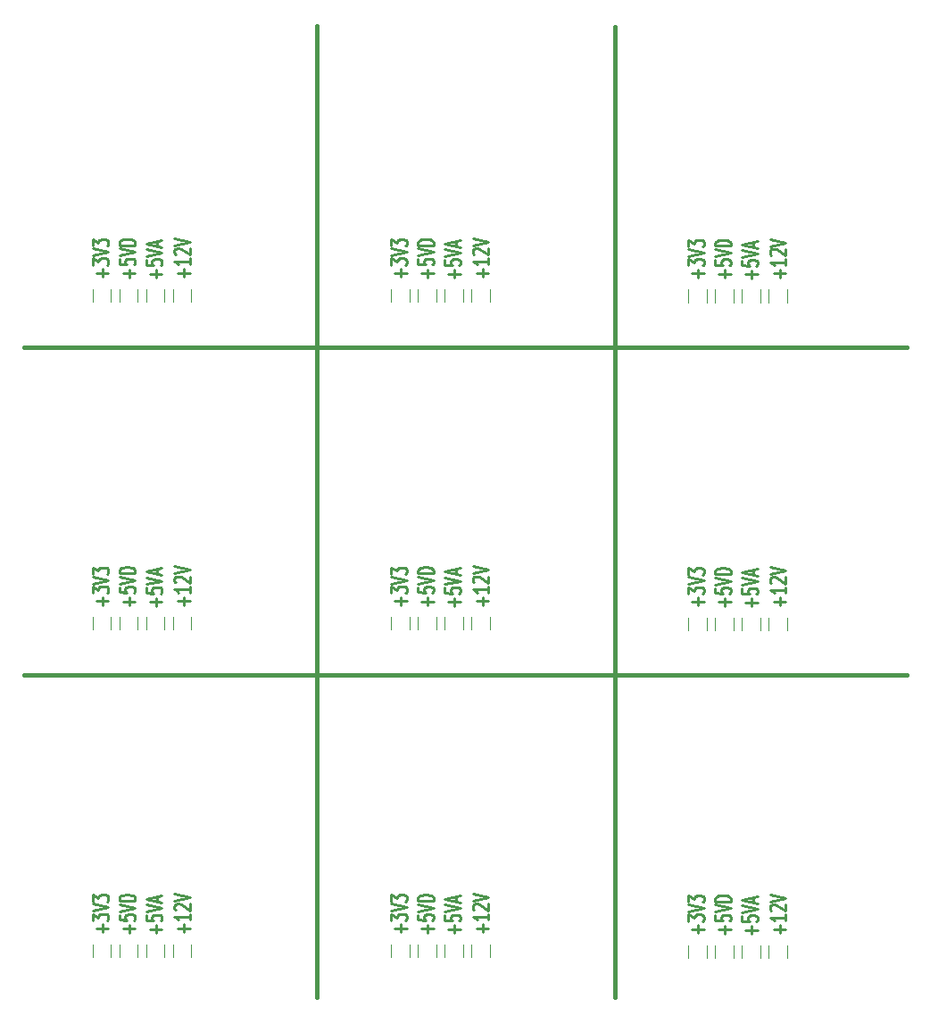
<source format=gto>
G04 #@! TF.FileFunction,Legend,Top*
%FSLAX46Y46*%
G04 Gerber Fmt 4.6, Leading zero omitted, Abs format (unit mm)*
G04 Created by KiCad (PCBNEW 4.0.5+dfsg1-4) date Sun Oct 21 20:25:12 2018*
%MOMM*%
%LPD*%
G01*
G04 APERTURE LIST*
%ADD10C,0.150000*%
%ADD11C,0.381000*%
%ADD12C,0.250000*%
%ADD13C,0.120000*%
G04 APERTURE END LIST*
D10*
D11*
X79311500Y-87249000D02*
X163004500Y-87249000D01*
X163004500Y-56197500D02*
X79375000Y-56197500D01*
X79311500Y-56197500D02*
X163004500Y-56197500D01*
X135318500Y-117856000D02*
X135318500Y-25781000D01*
X107061000Y-25717500D02*
X107061000Y-117856000D01*
D12*
X150983143Y-111743905D02*
X150983143Y-110982000D01*
X151554571Y-111362952D02*
X150411714Y-111362952D01*
X151554571Y-109982000D02*
X151554571Y-110553429D01*
X151554571Y-110267715D02*
X150054571Y-110267715D01*
X150268857Y-110362953D01*
X150411714Y-110458191D01*
X150483143Y-110553429D01*
X150197429Y-109601048D02*
X150126000Y-109553429D01*
X150054571Y-109458191D01*
X150054571Y-109220095D01*
X150126000Y-109124857D01*
X150197429Y-109077238D01*
X150340286Y-109029619D01*
X150483143Y-109029619D01*
X150697429Y-109077238D01*
X151554571Y-109648667D01*
X151554571Y-109029619D01*
X150054571Y-108743905D02*
X151554571Y-108410572D01*
X150054571Y-108077238D01*
X148316143Y-111823286D02*
X148316143Y-111061381D01*
X148887571Y-111442333D02*
X147744714Y-111442333D01*
X147387571Y-110109000D02*
X147387571Y-110585191D01*
X148101857Y-110632810D01*
X148030429Y-110585191D01*
X147959000Y-110489953D01*
X147959000Y-110251857D01*
X148030429Y-110156619D01*
X148101857Y-110109000D01*
X148244714Y-110061381D01*
X148601857Y-110061381D01*
X148744714Y-110109000D01*
X148816143Y-110156619D01*
X148887571Y-110251857D01*
X148887571Y-110489953D01*
X148816143Y-110585191D01*
X148744714Y-110632810D01*
X147387571Y-109775667D02*
X148887571Y-109442334D01*
X147387571Y-109109000D01*
X148459000Y-108823286D02*
X148459000Y-108347095D01*
X148887571Y-108918524D02*
X147387571Y-108585191D01*
X148887571Y-108251857D01*
X145776143Y-111767714D02*
X145776143Y-111005809D01*
X146347571Y-111386761D02*
X145204714Y-111386761D01*
X144847571Y-110053428D02*
X144847571Y-110529619D01*
X145561857Y-110577238D01*
X145490429Y-110529619D01*
X145419000Y-110434381D01*
X145419000Y-110196285D01*
X145490429Y-110101047D01*
X145561857Y-110053428D01*
X145704714Y-110005809D01*
X146061857Y-110005809D01*
X146204714Y-110053428D01*
X146276143Y-110101047D01*
X146347571Y-110196285D01*
X146347571Y-110434381D01*
X146276143Y-110529619D01*
X146204714Y-110577238D01*
X144847571Y-109720095D02*
X146347571Y-109386762D01*
X144847571Y-109053428D01*
X146347571Y-108720095D02*
X144847571Y-108720095D01*
X144847571Y-108482000D01*
X144919000Y-108339142D01*
X145061857Y-108243904D01*
X145204714Y-108196285D01*
X145490429Y-108148666D01*
X145704714Y-108148666D01*
X145990429Y-108196285D01*
X146133286Y-108243904D01*
X146276143Y-108339142D01*
X146347571Y-108482000D01*
X146347571Y-108720095D01*
X143236143Y-111743905D02*
X143236143Y-110982000D01*
X143807571Y-111362952D02*
X142664714Y-111362952D01*
X142307571Y-110601048D02*
X142307571Y-109982000D01*
X142879000Y-110315334D01*
X142879000Y-110172476D01*
X142950429Y-110077238D01*
X143021857Y-110029619D01*
X143164714Y-109982000D01*
X143521857Y-109982000D01*
X143664714Y-110029619D01*
X143736143Y-110077238D01*
X143807571Y-110172476D01*
X143807571Y-110458191D01*
X143736143Y-110553429D01*
X143664714Y-110601048D01*
X142307571Y-109696286D02*
X143807571Y-109362953D01*
X142307571Y-109029619D01*
X142307571Y-108791524D02*
X142307571Y-108172476D01*
X142879000Y-108505810D01*
X142879000Y-108362952D01*
X142950429Y-108267714D01*
X143021857Y-108220095D01*
X143164714Y-108172476D01*
X143521857Y-108172476D01*
X143664714Y-108220095D01*
X143736143Y-108267714D01*
X143807571Y-108362952D01*
X143807571Y-108648667D01*
X143736143Y-108743905D01*
X143664714Y-108791524D01*
X94468143Y-111680405D02*
X94468143Y-110918500D01*
X95039571Y-111299452D02*
X93896714Y-111299452D01*
X95039571Y-109918500D02*
X95039571Y-110489929D01*
X95039571Y-110204215D02*
X93539571Y-110204215D01*
X93753857Y-110299453D01*
X93896714Y-110394691D01*
X93968143Y-110489929D01*
X93682429Y-109537548D02*
X93611000Y-109489929D01*
X93539571Y-109394691D01*
X93539571Y-109156595D01*
X93611000Y-109061357D01*
X93682429Y-109013738D01*
X93825286Y-108966119D01*
X93968143Y-108966119D01*
X94182429Y-109013738D01*
X95039571Y-109585167D01*
X95039571Y-108966119D01*
X93539571Y-108680405D02*
X95039571Y-108347072D01*
X93539571Y-108013738D01*
X91801143Y-111759786D02*
X91801143Y-110997881D01*
X92372571Y-111378833D02*
X91229714Y-111378833D01*
X90872571Y-110045500D02*
X90872571Y-110521691D01*
X91586857Y-110569310D01*
X91515429Y-110521691D01*
X91444000Y-110426453D01*
X91444000Y-110188357D01*
X91515429Y-110093119D01*
X91586857Y-110045500D01*
X91729714Y-109997881D01*
X92086857Y-109997881D01*
X92229714Y-110045500D01*
X92301143Y-110093119D01*
X92372571Y-110188357D01*
X92372571Y-110426453D01*
X92301143Y-110521691D01*
X92229714Y-110569310D01*
X90872571Y-109712167D02*
X92372571Y-109378834D01*
X90872571Y-109045500D01*
X91944000Y-108759786D02*
X91944000Y-108283595D01*
X92372571Y-108855024D02*
X90872571Y-108521691D01*
X92372571Y-108188357D01*
X89261143Y-111704214D02*
X89261143Y-110942309D01*
X89832571Y-111323261D02*
X88689714Y-111323261D01*
X88332571Y-109989928D02*
X88332571Y-110466119D01*
X89046857Y-110513738D01*
X88975429Y-110466119D01*
X88904000Y-110370881D01*
X88904000Y-110132785D01*
X88975429Y-110037547D01*
X89046857Y-109989928D01*
X89189714Y-109942309D01*
X89546857Y-109942309D01*
X89689714Y-109989928D01*
X89761143Y-110037547D01*
X89832571Y-110132785D01*
X89832571Y-110370881D01*
X89761143Y-110466119D01*
X89689714Y-110513738D01*
X88332571Y-109656595D02*
X89832571Y-109323262D01*
X88332571Y-108989928D01*
X89832571Y-108656595D02*
X88332571Y-108656595D01*
X88332571Y-108418500D01*
X88404000Y-108275642D01*
X88546857Y-108180404D01*
X88689714Y-108132785D01*
X88975429Y-108085166D01*
X89189714Y-108085166D01*
X89475429Y-108132785D01*
X89618286Y-108180404D01*
X89761143Y-108275642D01*
X89832571Y-108418500D01*
X89832571Y-108656595D01*
X86721143Y-111680405D02*
X86721143Y-110918500D01*
X87292571Y-111299452D02*
X86149714Y-111299452D01*
X85792571Y-110537548D02*
X85792571Y-109918500D01*
X86364000Y-110251834D01*
X86364000Y-110108976D01*
X86435429Y-110013738D01*
X86506857Y-109966119D01*
X86649714Y-109918500D01*
X87006857Y-109918500D01*
X87149714Y-109966119D01*
X87221143Y-110013738D01*
X87292571Y-110108976D01*
X87292571Y-110394691D01*
X87221143Y-110489929D01*
X87149714Y-110537548D01*
X85792571Y-109632786D02*
X87292571Y-109299453D01*
X85792571Y-108966119D01*
X85792571Y-108728024D02*
X85792571Y-108108976D01*
X86364000Y-108442310D01*
X86364000Y-108299452D01*
X86435429Y-108204214D01*
X86506857Y-108156595D01*
X86649714Y-108108976D01*
X87006857Y-108108976D01*
X87149714Y-108156595D01*
X87221143Y-108204214D01*
X87292571Y-108299452D01*
X87292571Y-108585167D01*
X87221143Y-108680405D01*
X87149714Y-108728024D01*
X115042143Y-111680405D02*
X115042143Y-110918500D01*
X115613571Y-111299452D02*
X114470714Y-111299452D01*
X114113571Y-110537548D02*
X114113571Y-109918500D01*
X114685000Y-110251834D01*
X114685000Y-110108976D01*
X114756429Y-110013738D01*
X114827857Y-109966119D01*
X114970714Y-109918500D01*
X115327857Y-109918500D01*
X115470714Y-109966119D01*
X115542143Y-110013738D01*
X115613571Y-110108976D01*
X115613571Y-110394691D01*
X115542143Y-110489929D01*
X115470714Y-110537548D01*
X114113571Y-109632786D02*
X115613571Y-109299453D01*
X114113571Y-108966119D01*
X114113571Y-108728024D02*
X114113571Y-108108976D01*
X114685000Y-108442310D01*
X114685000Y-108299452D01*
X114756429Y-108204214D01*
X114827857Y-108156595D01*
X114970714Y-108108976D01*
X115327857Y-108108976D01*
X115470714Y-108156595D01*
X115542143Y-108204214D01*
X115613571Y-108299452D01*
X115613571Y-108585167D01*
X115542143Y-108680405D01*
X115470714Y-108728024D01*
X117582143Y-111704214D02*
X117582143Y-110942309D01*
X118153571Y-111323261D02*
X117010714Y-111323261D01*
X116653571Y-109989928D02*
X116653571Y-110466119D01*
X117367857Y-110513738D01*
X117296429Y-110466119D01*
X117225000Y-110370881D01*
X117225000Y-110132785D01*
X117296429Y-110037547D01*
X117367857Y-109989928D01*
X117510714Y-109942309D01*
X117867857Y-109942309D01*
X118010714Y-109989928D01*
X118082143Y-110037547D01*
X118153571Y-110132785D01*
X118153571Y-110370881D01*
X118082143Y-110466119D01*
X118010714Y-110513738D01*
X116653571Y-109656595D02*
X118153571Y-109323262D01*
X116653571Y-108989928D01*
X118153571Y-108656595D02*
X116653571Y-108656595D01*
X116653571Y-108418500D01*
X116725000Y-108275642D01*
X116867857Y-108180404D01*
X117010714Y-108132785D01*
X117296429Y-108085166D01*
X117510714Y-108085166D01*
X117796429Y-108132785D01*
X117939286Y-108180404D01*
X118082143Y-108275642D01*
X118153571Y-108418500D01*
X118153571Y-108656595D01*
X120122143Y-111759786D02*
X120122143Y-110997881D01*
X120693571Y-111378833D02*
X119550714Y-111378833D01*
X119193571Y-110045500D02*
X119193571Y-110521691D01*
X119907857Y-110569310D01*
X119836429Y-110521691D01*
X119765000Y-110426453D01*
X119765000Y-110188357D01*
X119836429Y-110093119D01*
X119907857Y-110045500D01*
X120050714Y-109997881D01*
X120407857Y-109997881D01*
X120550714Y-110045500D01*
X120622143Y-110093119D01*
X120693571Y-110188357D01*
X120693571Y-110426453D01*
X120622143Y-110521691D01*
X120550714Y-110569310D01*
X119193571Y-109712167D02*
X120693571Y-109378834D01*
X119193571Y-109045500D01*
X120265000Y-108759786D02*
X120265000Y-108283595D01*
X120693571Y-108855024D02*
X119193571Y-108521691D01*
X120693571Y-108188357D01*
X122789143Y-111680405D02*
X122789143Y-110918500D01*
X123360571Y-111299452D02*
X122217714Y-111299452D01*
X123360571Y-109918500D02*
X123360571Y-110489929D01*
X123360571Y-110204215D02*
X121860571Y-110204215D01*
X122074857Y-110299453D01*
X122217714Y-110394691D01*
X122289143Y-110489929D01*
X122003429Y-109537548D02*
X121932000Y-109489929D01*
X121860571Y-109394691D01*
X121860571Y-109156595D01*
X121932000Y-109061357D01*
X122003429Y-109013738D01*
X122146286Y-108966119D01*
X122289143Y-108966119D01*
X122503429Y-109013738D01*
X123360571Y-109585167D01*
X123360571Y-108966119D01*
X121860571Y-108680405D02*
X123360571Y-108347072D01*
X121860571Y-108013738D01*
X122789143Y-80628905D02*
X122789143Y-79867000D01*
X123360571Y-80247952D02*
X122217714Y-80247952D01*
X123360571Y-78867000D02*
X123360571Y-79438429D01*
X123360571Y-79152715D02*
X121860571Y-79152715D01*
X122074857Y-79247953D01*
X122217714Y-79343191D01*
X122289143Y-79438429D01*
X122003429Y-78486048D02*
X121932000Y-78438429D01*
X121860571Y-78343191D01*
X121860571Y-78105095D01*
X121932000Y-78009857D01*
X122003429Y-77962238D01*
X122146286Y-77914619D01*
X122289143Y-77914619D01*
X122503429Y-77962238D01*
X123360571Y-78533667D01*
X123360571Y-77914619D01*
X121860571Y-77628905D02*
X123360571Y-77295572D01*
X121860571Y-76962238D01*
X120122143Y-80708286D02*
X120122143Y-79946381D01*
X120693571Y-80327333D02*
X119550714Y-80327333D01*
X119193571Y-78994000D02*
X119193571Y-79470191D01*
X119907857Y-79517810D01*
X119836429Y-79470191D01*
X119765000Y-79374953D01*
X119765000Y-79136857D01*
X119836429Y-79041619D01*
X119907857Y-78994000D01*
X120050714Y-78946381D01*
X120407857Y-78946381D01*
X120550714Y-78994000D01*
X120622143Y-79041619D01*
X120693571Y-79136857D01*
X120693571Y-79374953D01*
X120622143Y-79470191D01*
X120550714Y-79517810D01*
X119193571Y-78660667D02*
X120693571Y-78327334D01*
X119193571Y-77994000D01*
X120265000Y-77708286D02*
X120265000Y-77232095D01*
X120693571Y-77803524D02*
X119193571Y-77470191D01*
X120693571Y-77136857D01*
X117582143Y-80652714D02*
X117582143Y-79890809D01*
X118153571Y-80271761D02*
X117010714Y-80271761D01*
X116653571Y-78938428D02*
X116653571Y-79414619D01*
X117367857Y-79462238D01*
X117296429Y-79414619D01*
X117225000Y-79319381D01*
X117225000Y-79081285D01*
X117296429Y-78986047D01*
X117367857Y-78938428D01*
X117510714Y-78890809D01*
X117867857Y-78890809D01*
X118010714Y-78938428D01*
X118082143Y-78986047D01*
X118153571Y-79081285D01*
X118153571Y-79319381D01*
X118082143Y-79414619D01*
X118010714Y-79462238D01*
X116653571Y-78605095D02*
X118153571Y-78271762D01*
X116653571Y-77938428D01*
X118153571Y-77605095D02*
X116653571Y-77605095D01*
X116653571Y-77367000D01*
X116725000Y-77224142D01*
X116867857Y-77128904D01*
X117010714Y-77081285D01*
X117296429Y-77033666D01*
X117510714Y-77033666D01*
X117796429Y-77081285D01*
X117939286Y-77128904D01*
X118082143Y-77224142D01*
X118153571Y-77367000D01*
X118153571Y-77605095D01*
X115042143Y-80628905D02*
X115042143Y-79867000D01*
X115613571Y-80247952D02*
X114470714Y-80247952D01*
X114113571Y-79486048D02*
X114113571Y-78867000D01*
X114685000Y-79200334D01*
X114685000Y-79057476D01*
X114756429Y-78962238D01*
X114827857Y-78914619D01*
X114970714Y-78867000D01*
X115327857Y-78867000D01*
X115470714Y-78914619D01*
X115542143Y-78962238D01*
X115613571Y-79057476D01*
X115613571Y-79343191D01*
X115542143Y-79438429D01*
X115470714Y-79486048D01*
X114113571Y-78581286D02*
X115613571Y-78247953D01*
X114113571Y-77914619D01*
X114113571Y-77676524D02*
X114113571Y-77057476D01*
X114685000Y-77390810D01*
X114685000Y-77247952D01*
X114756429Y-77152714D01*
X114827857Y-77105095D01*
X114970714Y-77057476D01*
X115327857Y-77057476D01*
X115470714Y-77105095D01*
X115542143Y-77152714D01*
X115613571Y-77247952D01*
X115613571Y-77533667D01*
X115542143Y-77628905D01*
X115470714Y-77676524D01*
X86721143Y-80628905D02*
X86721143Y-79867000D01*
X87292571Y-80247952D02*
X86149714Y-80247952D01*
X85792571Y-79486048D02*
X85792571Y-78867000D01*
X86364000Y-79200334D01*
X86364000Y-79057476D01*
X86435429Y-78962238D01*
X86506857Y-78914619D01*
X86649714Y-78867000D01*
X87006857Y-78867000D01*
X87149714Y-78914619D01*
X87221143Y-78962238D01*
X87292571Y-79057476D01*
X87292571Y-79343191D01*
X87221143Y-79438429D01*
X87149714Y-79486048D01*
X85792571Y-78581286D02*
X87292571Y-78247953D01*
X85792571Y-77914619D01*
X85792571Y-77676524D02*
X85792571Y-77057476D01*
X86364000Y-77390810D01*
X86364000Y-77247952D01*
X86435429Y-77152714D01*
X86506857Y-77105095D01*
X86649714Y-77057476D01*
X87006857Y-77057476D01*
X87149714Y-77105095D01*
X87221143Y-77152714D01*
X87292571Y-77247952D01*
X87292571Y-77533667D01*
X87221143Y-77628905D01*
X87149714Y-77676524D01*
X89261143Y-80652714D02*
X89261143Y-79890809D01*
X89832571Y-80271761D02*
X88689714Y-80271761D01*
X88332571Y-78938428D02*
X88332571Y-79414619D01*
X89046857Y-79462238D01*
X88975429Y-79414619D01*
X88904000Y-79319381D01*
X88904000Y-79081285D01*
X88975429Y-78986047D01*
X89046857Y-78938428D01*
X89189714Y-78890809D01*
X89546857Y-78890809D01*
X89689714Y-78938428D01*
X89761143Y-78986047D01*
X89832571Y-79081285D01*
X89832571Y-79319381D01*
X89761143Y-79414619D01*
X89689714Y-79462238D01*
X88332571Y-78605095D02*
X89832571Y-78271762D01*
X88332571Y-77938428D01*
X89832571Y-77605095D02*
X88332571Y-77605095D01*
X88332571Y-77367000D01*
X88404000Y-77224142D01*
X88546857Y-77128904D01*
X88689714Y-77081285D01*
X88975429Y-77033666D01*
X89189714Y-77033666D01*
X89475429Y-77081285D01*
X89618286Y-77128904D01*
X89761143Y-77224142D01*
X89832571Y-77367000D01*
X89832571Y-77605095D01*
X91801143Y-80708286D02*
X91801143Y-79946381D01*
X92372571Y-80327333D02*
X91229714Y-80327333D01*
X90872571Y-78994000D02*
X90872571Y-79470191D01*
X91586857Y-79517810D01*
X91515429Y-79470191D01*
X91444000Y-79374953D01*
X91444000Y-79136857D01*
X91515429Y-79041619D01*
X91586857Y-78994000D01*
X91729714Y-78946381D01*
X92086857Y-78946381D01*
X92229714Y-78994000D01*
X92301143Y-79041619D01*
X92372571Y-79136857D01*
X92372571Y-79374953D01*
X92301143Y-79470191D01*
X92229714Y-79517810D01*
X90872571Y-78660667D02*
X92372571Y-78327334D01*
X90872571Y-77994000D01*
X91944000Y-77708286D02*
X91944000Y-77232095D01*
X92372571Y-77803524D02*
X90872571Y-77470191D01*
X92372571Y-77136857D01*
X94468143Y-80628905D02*
X94468143Y-79867000D01*
X95039571Y-80247952D02*
X93896714Y-80247952D01*
X95039571Y-78867000D02*
X95039571Y-79438429D01*
X95039571Y-79152715D02*
X93539571Y-79152715D01*
X93753857Y-79247953D01*
X93896714Y-79343191D01*
X93968143Y-79438429D01*
X93682429Y-78486048D02*
X93611000Y-78438429D01*
X93539571Y-78343191D01*
X93539571Y-78105095D01*
X93611000Y-78009857D01*
X93682429Y-77962238D01*
X93825286Y-77914619D01*
X93968143Y-77914619D01*
X94182429Y-77962238D01*
X95039571Y-78533667D01*
X95039571Y-77914619D01*
X93539571Y-77628905D02*
X95039571Y-77295572D01*
X93539571Y-76962238D01*
X143236143Y-80692405D02*
X143236143Y-79930500D01*
X143807571Y-80311452D02*
X142664714Y-80311452D01*
X142307571Y-79549548D02*
X142307571Y-78930500D01*
X142879000Y-79263834D01*
X142879000Y-79120976D01*
X142950429Y-79025738D01*
X143021857Y-78978119D01*
X143164714Y-78930500D01*
X143521857Y-78930500D01*
X143664714Y-78978119D01*
X143736143Y-79025738D01*
X143807571Y-79120976D01*
X143807571Y-79406691D01*
X143736143Y-79501929D01*
X143664714Y-79549548D01*
X142307571Y-78644786D02*
X143807571Y-78311453D01*
X142307571Y-77978119D01*
X142307571Y-77740024D02*
X142307571Y-77120976D01*
X142879000Y-77454310D01*
X142879000Y-77311452D01*
X142950429Y-77216214D01*
X143021857Y-77168595D01*
X143164714Y-77120976D01*
X143521857Y-77120976D01*
X143664714Y-77168595D01*
X143736143Y-77216214D01*
X143807571Y-77311452D01*
X143807571Y-77597167D01*
X143736143Y-77692405D01*
X143664714Y-77740024D01*
X145776143Y-80716214D02*
X145776143Y-79954309D01*
X146347571Y-80335261D02*
X145204714Y-80335261D01*
X144847571Y-79001928D02*
X144847571Y-79478119D01*
X145561857Y-79525738D01*
X145490429Y-79478119D01*
X145419000Y-79382881D01*
X145419000Y-79144785D01*
X145490429Y-79049547D01*
X145561857Y-79001928D01*
X145704714Y-78954309D01*
X146061857Y-78954309D01*
X146204714Y-79001928D01*
X146276143Y-79049547D01*
X146347571Y-79144785D01*
X146347571Y-79382881D01*
X146276143Y-79478119D01*
X146204714Y-79525738D01*
X144847571Y-78668595D02*
X146347571Y-78335262D01*
X144847571Y-78001928D01*
X146347571Y-77668595D02*
X144847571Y-77668595D01*
X144847571Y-77430500D01*
X144919000Y-77287642D01*
X145061857Y-77192404D01*
X145204714Y-77144785D01*
X145490429Y-77097166D01*
X145704714Y-77097166D01*
X145990429Y-77144785D01*
X146133286Y-77192404D01*
X146276143Y-77287642D01*
X146347571Y-77430500D01*
X146347571Y-77668595D01*
X148316143Y-80771786D02*
X148316143Y-80009881D01*
X148887571Y-80390833D02*
X147744714Y-80390833D01*
X147387571Y-79057500D02*
X147387571Y-79533691D01*
X148101857Y-79581310D01*
X148030429Y-79533691D01*
X147959000Y-79438453D01*
X147959000Y-79200357D01*
X148030429Y-79105119D01*
X148101857Y-79057500D01*
X148244714Y-79009881D01*
X148601857Y-79009881D01*
X148744714Y-79057500D01*
X148816143Y-79105119D01*
X148887571Y-79200357D01*
X148887571Y-79438453D01*
X148816143Y-79533691D01*
X148744714Y-79581310D01*
X147387571Y-78724167D02*
X148887571Y-78390834D01*
X147387571Y-78057500D01*
X148459000Y-77771786D02*
X148459000Y-77295595D01*
X148887571Y-77867024D02*
X147387571Y-77533691D01*
X148887571Y-77200357D01*
X150983143Y-80692405D02*
X150983143Y-79930500D01*
X151554571Y-80311452D02*
X150411714Y-80311452D01*
X151554571Y-78930500D02*
X151554571Y-79501929D01*
X151554571Y-79216215D02*
X150054571Y-79216215D01*
X150268857Y-79311453D01*
X150411714Y-79406691D01*
X150483143Y-79501929D01*
X150197429Y-78549548D02*
X150126000Y-78501929D01*
X150054571Y-78406691D01*
X150054571Y-78168595D01*
X150126000Y-78073357D01*
X150197429Y-78025738D01*
X150340286Y-77978119D01*
X150483143Y-77978119D01*
X150697429Y-78025738D01*
X151554571Y-78597167D01*
X151554571Y-77978119D01*
X150054571Y-77692405D02*
X151554571Y-77359072D01*
X150054571Y-77025738D01*
X150983143Y-49577405D02*
X150983143Y-48815500D01*
X151554571Y-49196452D02*
X150411714Y-49196452D01*
X151554571Y-47815500D02*
X151554571Y-48386929D01*
X151554571Y-48101215D02*
X150054571Y-48101215D01*
X150268857Y-48196453D01*
X150411714Y-48291691D01*
X150483143Y-48386929D01*
X150197429Y-47434548D02*
X150126000Y-47386929D01*
X150054571Y-47291691D01*
X150054571Y-47053595D01*
X150126000Y-46958357D01*
X150197429Y-46910738D01*
X150340286Y-46863119D01*
X150483143Y-46863119D01*
X150697429Y-46910738D01*
X151554571Y-47482167D01*
X151554571Y-46863119D01*
X150054571Y-46577405D02*
X151554571Y-46244072D01*
X150054571Y-45910738D01*
X148316143Y-49656786D02*
X148316143Y-48894881D01*
X148887571Y-49275833D02*
X147744714Y-49275833D01*
X147387571Y-47942500D02*
X147387571Y-48418691D01*
X148101857Y-48466310D01*
X148030429Y-48418691D01*
X147959000Y-48323453D01*
X147959000Y-48085357D01*
X148030429Y-47990119D01*
X148101857Y-47942500D01*
X148244714Y-47894881D01*
X148601857Y-47894881D01*
X148744714Y-47942500D01*
X148816143Y-47990119D01*
X148887571Y-48085357D01*
X148887571Y-48323453D01*
X148816143Y-48418691D01*
X148744714Y-48466310D01*
X147387571Y-47609167D02*
X148887571Y-47275834D01*
X147387571Y-46942500D01*
X148459000Y-46656786D02*
X148459000Y-46180595D01*
X148887571Y-46752024D02*
X147387571Y-46418691D01*
X148887571Y-46085357D01*
X145776143Y-49601214D02*
X145776143Y-48839309D01*
X146347571Y-49220261D02*
X145204714Y-49220261D01*
X144847571Y-47886928D02*
X144847571Y-48363119D01*
X145561857Y-48410738D01*
X145490429Y-48363119D01*
X145419000Y-48267881D01*
X145419000Y-48029785D01*
X145490429Y-47934547D01*
X145561857Y-47886928D01*
X145704714Y-47839309D01*
X146061857Y-47839309D01*
X146204714Y-47886928D01*
X146276143Y-47934547D01*
X146347571Y-48029785D01*
X146347571Y-48267881D01*
X146276143Y-48363119D01*
X146204714Y-48410738D01*
X144847571Y-47553595D02*
X146347571Y-47220262D01*
X144847571Y-46886928D01*
X146347571Y-46553595D02*
X144847571Y-46553595D01*
X144847571Y-46315500D01*
X144919000Y-46172642D01*
X145061857Y-46077404D01*
X145204714Y-46029785D01*
X145490429Y-45982166D01*
X145704714Y-45982166D01*
X145990429Y-46029785D01*
X146133286Y-46077404D01*
X146276143Y-46172642D01*
X146347571Y-46315500D01*
X146347571Y-46553595D01*
X143236143Y-49577405D02*
X143236143Y-48815500D01*
X143807571Y-49196452D02*
X142664714Y-49196452D01*
X142307571Y-48434548D02*
X142307571Y-47815500D01*
X142879000Y-48148834D01*
X142879000Y-48005976D01*
X142950429Y-47910738D01*
X143021857Y-47863119D01*
X143164714Y-47815500D01*
X143521857Y-47815500D01*
X143664714Y-47863119D01*
X143736143Y-47910738D01*
X143807571Y-48005976D01*
X143807571Y-48291691D01*
X143736143Y-48386929D01*
X143664714Y-48434548D01*
X142307571Y-47529786D02*
X143807571Y-47196453D01*
X142307571Y-46863119D01*
X142307571Y-46625024D02*
X142307571Y-46005976D01*
X142879000Y-46339310D01*
X142879000Y-46196452D01*
X142950429Y-46101214D01*
X143021857Y-46053595D01*
X143164714Y-46005976D01*
X143521857Y-46005976D01*
X143664714Y-46053595D01*
X143736143Y-46101214D01*
X143807571Y-46196452D01*
X143807571Y-46482167D01*
X143736143Y-46577405D01*
X143664714Y-46625024D01*
X94468143Y-49513905D02*
X94468143Y-48752000D01*
X95039571Y-49132952D02*
X93896714Y-49132952D01*
X95039571Y-47752000D02*
X95039571Y-48323429D01*
X95039571Y-48037715D02*
X93539571Y-48037715D01*
X93753857Y-48132953D01*
X93896714Y-48228191D01*
X93968143Y-48323429D01*
X93682429Y-47371048D02*
X93611000Y-47323429D01*
X93539571Y-47228191D01*
X93539571Y-46990095D01*
X93611000Y-46894857D01*
X93682429Y-46847238D01*
X93825286Y-46799619D01*
X93968143Y-46799619D01*
X94182429Y-46847238D01*
X95039571Y-47418667D01*
X95039571Y-46799619D01*
X93539571Y-46513905D02*
X95039571Y-46180572D01*
X93539571Y-45847238D01*
X91801143Y-49593286D02*
X91801143Y-48831381D01*
X92372571Y-49212333D02*
X91229714Y-49212333D01*
X90872571Y-47879000D02*
X90872571Y-48355191D01*
X91586857Y-48402810D01*
X91515429Y-48355191D01*
X91444000Y-48259953D01*
X91444000Y-48021857D01*
X91515429Y-47926619D01*
X91586857Y-47879000D01*
X91729714Y-47831381D01*
X92086857Y-47831381D01*
X92229714Y-47879000D01*
X92301143Y-47926619D01*
X92372571Y-48021857D01*
X92372571Y-48259953D01*
X92301143Y-48355191D01*
X92229714Y-48402810D01*
X90872571Y-47545667D02*
X92372571Y-47212334D01*
X90872571Y-46879000D01*
X91944000Y-46593286D02*
X91944000Y-46117095D01*
X92372571Y-46688524D02*
X90872571Y-46355191D01*
X92372571Y-46021857D01*
X89261143Y-49537714D02*
X89261143Y-48775809D01*
X89832571Y-49156761D02*
X88689714Y-49156761D01*
X88332571Y-47823428D02*
X88332571Y-48299619D01*
X89046857Y-48347238D01*
X88975429Y-48299619D01*
X88904000Y-48204381D01*
X88904000Y-47966285D01*
X88975429Y-47871047D01*
X89046857Y-47823428D01*
X89189714Y-47775809D01*
X89546857Y-47775809D01*
X89689714Y-47823428D01*
X89761143Y-47871047D01*
X89832571Y-47966285D01*
X89832571Y-48204381D01*
X89761143Y-48299619D01*
X89689714Y-48347238D01*
X88332571Y-47490095D02*
X89832571Y-47156762D01*
X88332571Y-46823428D01*
X89832571Y-46490095D02*
X88332571Y-46490095D01*
X88332571Y-46252000D01*
X88404000Y-46109142D01*
X88546857Y-46013904D01*
X88689714Y-45966285D01*
X88975429Y-45918666D01*
X89189714Y-45918666D01*
X89475429Y-45966285D01*
X89618286Y-46013904D01*
X89761143Y-46109142D01*
X89832571Y-46252000D01*
X89832571Y-46490095D01*
X86721143Y-49513905D02*
X86721143Y-48752000D01*
X87292571Y-49132952D02*
X86149714Y-49132952D01*
X85792571Y-48371048D02*
X85792571Y-47752000D01*
X86364000Y-48085334D01*
X86364000Y-47942476D01*
X86435429Y-47847238D01*
X86506857Y-47799619D01*
X86649714Y-47752000D01*
X87006857Y-47752000D01*
X87149714Y-47799619D01*
X87221143Y-47847238D01*
X87292571Y-47942476D01*
X87292571Y-48228191D01*
X87221143Y-48323429D01*
X87149714Y-48371048D01*
X85792571Y-47466286D02*
X87292571Y-47132953D01*
X85792571Y-46799619D01*
X85792571Y-46561524D02*
X85792571Y-45942476D01*
X86364000Y-46275810D01*
X86364000Y-46132952D01*
X86435429Y-46037714D01*
X86506857Y-45990095D01*
X86649714Y-45942476D01*
X87006857Y-45942476D01*
X87149714Y-45990095D01*
X87221143Y-46037714D01*
X87292571Y-46132952D01*
X87292571Y-46418667D01*
X87221143Y-46513905D01*
X87149714Y-46561524D01*
X115042143Y-49513905D02*
X115042143Y-48752000D01*
X115613571Y-49132952D02*
X114470714Y-49132952D01*
X114113571Y-48371048D02*
X114113571Y-47752000D01*
X114685000Y-48085334D01*
X114685000Y-47942476D01*
X114756429Y-47847238D01*
X114827857Y-47799619D01*
X114970714Y-47752000D01*
X115327857Y-47752000D01*
X115470714Y-47799619D01*
X115542143Y-47847238D01*
X115613571Y-47942476D01*
X115613571Y-48228191D01*
X115542143Y-48323429D01*
X115470714Y-48371048D01*
X114113571Y-47466286D02*
X115613571Y-47132953D01*
X114113571Y-46799619D01*
X114113571Y-46561524D02*
X114113571Y-45942476D01*
X114685000Y-46275810D01*
X114685000Y-46132952D01*
X114756429Y-46037714D01*
X114827857Y-45990095D01*
X114970714Y-45942476D01*
X115327857Y-45942476D01*
X115470714Y-45990095D01*
X115542143Y-46037714D01*
X115613571Y-46132952D01*
X115613571Y-46418667D01*
X115542143Y-46513905D01*
X115470714Y-46561524D01*
X117582143Y-49537714D02*
X117582143Y-48775809D01*
X118153571Y-49156761D02*
X117010714Y-49156761D01*
X116653571Y-47823428D02*
X116653571Y-48299619D01*
X117367857Y-48347238D01*
X117296429Y-48299619D01*
X117225000Y-48204381D01*
X117225000Y-47966285D01*
X117296429Y-47871047D01*
X117367857Y-47823428D01*
X117510714Y-47775809D01*
X117867857Y-47775809D01*
X118010714Y-47823428D01*
X118082143Y-47871047D01*
X118153571Y-47966285D01*
X118153571Y-48204381D01*
X118082143Y-48299619D01*
X118010714Y-48347238D01*
X116653571Y-47490095D02*
X118153571Y-47156762D01*
X116653571Y-46823428D01*
X118153571Y-46490095D02*
X116653571Y-46490095D01*
X116653571Y-46252000D01*
X116725000Y-46109142D01*
X116867857Y-46013904D01*
X117010714Y-45966285D01*
X117296429Y-45918666D01*
X117510714Y-45918666D01*
X117796429Y-45966285D01*
X117939286Y-46013904D01*
X118082143Y-46109142D01*
X118153571Y-46252000D01*
X118153571Y-46490095D01*
X120122143Y-49593286D02*
X120122143Y-48831381D01*
X120693571Y-49212333D02*
X119550714Y-49212333D01*
X119193571Y-47879000D02*
X119193571Y-48355191D01*
X119907857Y-48402810D01*
X119836429Y-48355191D01*
X119765000Y-48259953D01*
X119765000Y-48021857D01*
X119836429Y-47926619D01*
X119907857Y-47879000D01*
X120050714Y-47831381D01*
X120407857Y-47831381D01*
X120550714Y-47879000D01*
X120622143Y-47926619D01*
X120693571Y-48021857D01*
X120693571Y-48259953D01*
X120622143Y-48355191D01*
X120550714Y-48402810D01*
X119193571Y-47545667D02*
X120693571Y-47212334D01*
X119193571Y-46879000D01*
X120265000Y-46593286D02*
X120265000Y-46117095D01*
X120693571Y-46688524D02*
X119193571Y-46355191D01*
X120693571Y-46021857D01*
X122789143Y-49513905D02*
X122789143Y-48752000D01*
X123360571Y-49132952D02*
X122217714Y-49132952D01*
X123360571Y-47752000D02*
X123360571Y-48323429D01*
X123360571Y-48037715D02*
X121860571Y-48037715D01*
X122074857Y-48132953D01*
X122217714Y-48228191D01*
X122289143Y-48323429D01*
X122003429Y-47371048D02*
X121932000Y-47323429D01*
X121860571Y-47228191D01*
X121860571Y-46990095D01*
X121932000Y-46894857D01*
X122003429Y-46847238D01*
X122146286Y-46799619D01*
X122289143Y-46799619D01*
X122503429Y-46847238D01*
X123360571Y-47418667D01*
X123360571Y-46799619D01*
X121860571Y-46513905D02*
X123360571Y-46180572D01*
X121860571Y-45847238D01*
D13*
X151692500Y-112874500D02*
X151692500Y-114074500D01*
X149932500Y-114074500D02*
X149932500Y-112874500D01*
X149152500Y-112874500D02*
X149152500Y-114074500D01*
X147392500Y-114074500D02*
X147392500Y-112874500D01*
X146612500Y-112874500D02*
X146612500Y-114074500D01*
X144852500Y-114074500D02*
X144852500Y-112874500D01*
X144072500Y-112874500D02*
X144072500Y-114074500D01*
X142312500Y-114074500D02*
X142312500Y-112874500D01*
X95177500Y-112811000D02*
X95177500Y-114011000D01*
X93417500Y-114011000D02*
X93417500Y-112811000D01*
X92637500Y-112811000D02*
X92637500Y-114011000D01*
X90877500Y-114011000D02*
X90877500Y-112811000D01*
X90097500Y-112811000D02*
X90097500Y-114011000D01*
X88337500Y-114011000D02*
X88337500Y-112811000D01*
X87557500Y-112811000D02*
X87557500Y-114011000D01*
X85797500Y-114011000D02*
X85797500Y-112811000D01*
X115878500Y-112811000D02*
X115878500Y-114011000D01*
X114118500Y-114011000D02*
X114118500Y-112811000D01*
X118418500Y-112811000D02*
X118418500Y-114011000D01*
X116658500Y-114011000D02*
X116658500Y-112811000D01*
X120958500Y-112811000D02*
X120958500Y-114011000D01*
X119198500Y-114011000D02*
X119198500Y-112811000D01*
X123498500Y-112811000D02*
X123498500Y-114011000D01*
X121738500Y-114011000D02*
X121738500Y-112811000D01*
X123498500Y-81759500D02*
X123498500Y-82959500D01*
X121738500Y-82959500D02*
X121738500Y-81759500D01*
X120958500Y-81759500D02*
X120958500Y-82959500D01*
X119198500Y-82959500D02*
X119198500Y-81759500D01*
X118418500Y-81759500D02*
X118418500Y-82959500D01*
X116658500Y-82959500D02*
X116658500Y-81759500D01*
X115878500Y-81759500D02*
X115878500Y-82959500D01*
X114118500Y-82959500D02*
X114118500Y-81759500D01*
X87557500Y-81759500D02*
X87557500Y-82959500D01*
X85797500Y-82959500D02*
X85797500Y-81759500D01*
X90097500Y-81759500D02*
X90097500Y-82959500D01*
X88337500Y-82959500D02*
X88337500Y-81759500D01*
X92637500Y-81759500D02*
X92637500Y-82959500D01*
X90877500Y-82959500D02*
X90877500Y-81759500D01*
X95177500Y-81759500D02*
X95177500Y-82959500D01*
X93417500Y-82959500D02*
X93417500Y-81759500D01*
X144072500Y-81823000D02*
X144072500Y-83023000D01*
X142312500Y-83023000D02*
X142312500Y-81823000D01*
X146612500Y-81823000D02*
X146612500Y-83023000D01*
X144852500Y-83023000D02*
X144852500Y-81823000D01*
X149152500Y-81823000D02*
X149152500Y-83023000D01*
X147392500Y-83023000D02*
X147392500Y-81823000D01*
X151692500Y-81823000D02*
X151692500Y-83023000D01*
X149932500Y-83023000D02*
X149932500Y-81823000D01*
X151692500Y-50708000D02*
X151692500Y-51908000D01*
X149932500Y-51908000D02*
X149932500Y-50708000D01*
X149152500Y-50708000D02*
X149152500Y-51908000D01*
X147392500Y-51908000D02*
X147392500Y-50708000D01*
X146612500Y-50708000D02*
X146612500Y-51908000D01*
X144852500Y-51908000D02*
X144852500Y-50708000D01*
X144072500Y-50708000D02*
X144072500Y-51908000D01*
X142312500Y-51908000D02*
X142312500Y-50708000D01*
X95177500Y-50644500D02*
X95177500Y-51844500D01*
X93417500Y-51844500D02*
X93417500Y-50644500D01*
X92637500Y-50644500D02*
X92637500Y-51844500D01*
X90877500Y-51844500D02*
X90877500Y-50644500D01*
X90097500Y-50644500D02*
X90097500Y-51844500D01*
X88337500Y-51844500D02*
X88337500Y-50644500D01*
X87557500Y-50644500D02*
X87557500Y-51844500D01*
X85797500Y-51844500D02*
X85797500Y-50644500D01*
X115878500Y-50644500D02*
X115878500Y-51844500D01*
X114118500Y-51844500D02*
X114118500Y-50644500D01*
X118418500Y-50644500D02*
X118418500Y-51844500D01*
X116658500Y-51844500D02*
X116658500Y-50644500D01*
X120958500Y-50644500D02*
X120958500Y-51844500D01*
X119198500Y-51844500D02*
X119198500Y-50644500D01*
X123498500Y-50644500D02*
X123498500Y-51844500D01*
X121738500Y-51844500D02*
X121738500Y-50644500D01*
M02*

</source>
